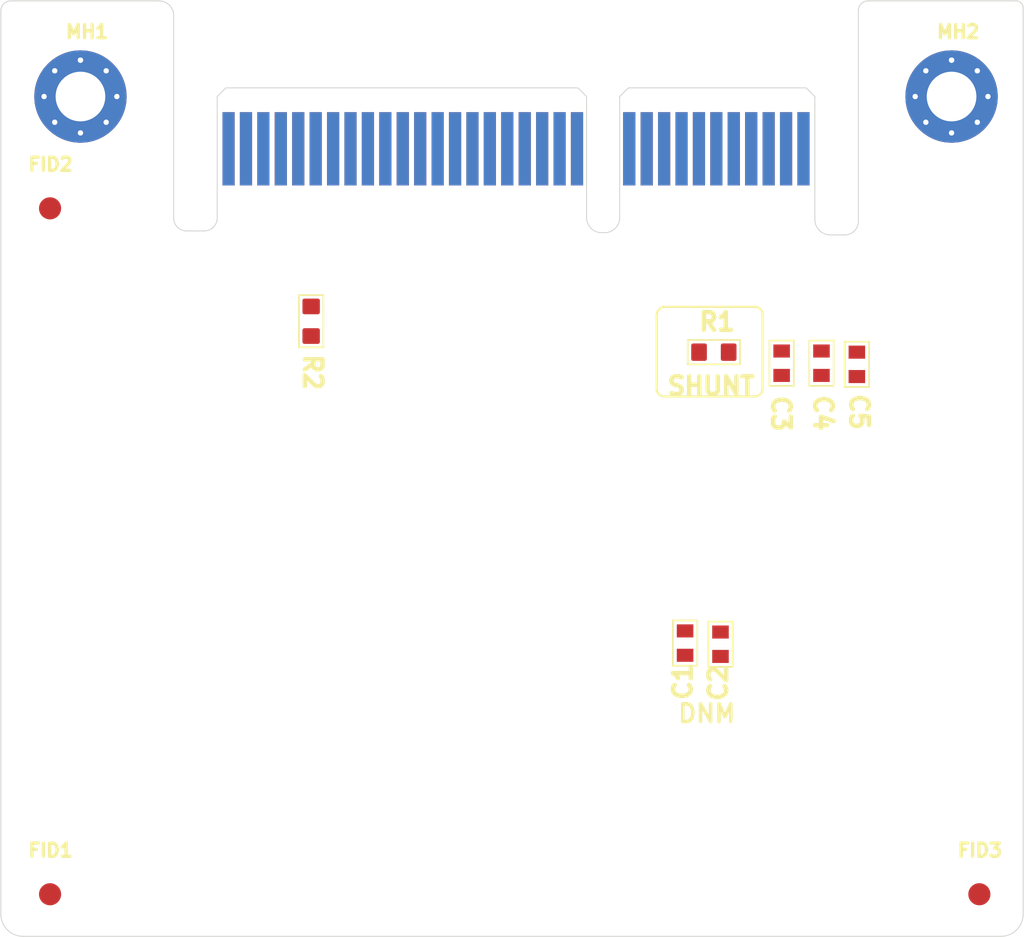
<source format=kicad_pcb>
(kicad_pcb (version 20221018) (generator pcbnew)
  (layers (0 "F.Cu" signal "Top Layer") (31 "B.Cu" signal "Bottom Layer") (34 "B.Paste" user "Bottom Paste") (35 "F.Paste" user "Top Paste") (36 "B.SilkS" user "Bottom Overlay") (37 "F.SilkS" user "Top Overlay") (38 "B.Mask" user "Bottom Solder") (39 "F.Mask" user "Top Solder") (44 "Edge.Cuts" user))
  (property "ADDRESS1" "1083 Queen St., Suite 196")
  (property "ADDRESS2" "Halifax")
  (property "ADDRESS3" "NS")
  (property "ADDRESS4" "Canada B3H 0B2")
  (property "DOCUMENTNUMBER" ".")
  (property "ORGANIZATION" "NewAE Technology Inc.")
  (property "SHEETAPPROVED" "NO")
  (property "SHEETTOTAL" "1")
  (net 0 "")
  (net 1 "/SHUNTL")
  (net 2 "/FILT_HP")
  (net 3 "/VCC2.5")
  (net 4 "VCC")
  (net 5 "/VCC5.0")
  (net 6 "/VCCADJ")
  (net 7 "/HDR1")
  (net 8 "/HDR2")
  (net 9 "/HDR3")
  (net 10 "/HDR4")
  (net 11 "/HDR5")
  (net 12 "/HDR6")
  (net 13 "/HDR7")
  (net 14 "/HDR8")
  (net 15 "/HDR9")
  (net 16 "/HDR10")
  (net 17 "/nRST_OUT")
  (net 18 "/TRACECLK")
  (net 19 "/TRACED0")
  (net 20 "/TRACED1")
  (net 21 "/TRACED2")
  (net 22 "/TRACED3")
  (net 23 "/CLK_FROM_SAM")
  (net 25 "/nRST")
  (net 26 "/JTAG_TRST")
  (net 27 "/FILTIN")
  (net 28 "/VCC1.0")
  (net 29 "/VCC1.2")
  (net 30 "/VCC1.8")
  (net 31 "/LED1")
  (net 32 "/LED2")
  (net 33 "/LED3")
  (net 34 "/GPIO1_TX")
  (net 35 "/GPIO2_RX")
  (net 36 "/GPIO3")
  (net 37 "/GPIO4")
  (net 38 "/SCK")
  (net 39 "/MISO")
  (net 40 "/MOSI")
  (net 41 "/BOOT_MODE")
  (net 42 "/CS")
  (net 43 "/CLKIN")
  (net 45 "GND")
  (net 46 "/JTAG_TDI")
  (net 47 "/JTAG_TDO")
  (net 48 "/JTAG_TMS")
  (net 49 "/JTAG_TCK")
  (footprint "CW312T_Template:CAPC0603_M" (layer "F.Cu") (at 163.97758 98.9563 90)
    (fp_text reference "C3" (at -1.730194 -0.628478 270 unlocked) (layer "F.SilkS") (effects (font (size 1.016 1.016) (thickness 0.254)) (justify left bottom)))
    (fp_text value "100n" hide)
    (fp_line (start -1.3 -0.7) (end -1.3 0.7) (stroke (width 0.1)) (layer "F.SilkS"))
    (fp_line (start -1.3 -0.7) (end 1.3 -0.7) (stroke (width 0.1)) (layer "F.SilkS"))
    (fp_line (start -1.3 0.7) (end 1.3 0.7) (stroke (width 0.1)) (layer "F.SilkS"))
    (fp_line (start 1.3 -0.7) (end 1.3 0.7) (stroke (width 0.1)) (layer "F.SilkS"))
    (pad "1" smd rect (at -0.7 0 180) (size 0.95 0.75) (layers "F.Cu" "F.Paste" "F.Mask") (net 2 "/FILT_HP"))
    (pad "2" smd rect (at 0.7 0 180) (size 0.95 0.75) (layers "F.Cu" "F.Paste" "F.Mask") (net 45 "GND"))
  )
  (footprint "CW312T_Template:MOUNT_#4_TIGHT" (layer "F.Cu") (at 123.7316 83.6489)
    (fp_text reference "MH1" (at -0.94327 -3.27146 unlocked) (layer "F.SilkS") (effects (font (size 0.762 0.762) (thickness 0.254)) (justify left bottom)))
    (fp_text value "4-40 MH, Tight Fit" hide)
    (pad "1" thru_hole circle (at -2.08806 0 180) (size 0.3556 0.3556) (drill 0.3048) (layers "*.Cu" "*.Mask") (net 45 "GND"))
    (pad "1" thru_hole circle (at -1.47648 -1.47648 135) (size 0.3556 0.3556) (drill 0.3048) (layers "*.Cu" "*.Mask") (net 45 "GND"))
    (pad "1" thru_hole circle (at -1.47648 1.47648 225) (size 0.3556 0.3556) (drill 0.3048) (layers "*.Cu" "*.Mask") (net 45 "GND"))
    (pad "1" thru_hole circle (at 0 -2.08806 90) (size 0.3556 0.3556) (drill 0.3048) (layers "*.Cu" "*.Mask") (net 45 "GND"))
    (pad "1" thru_hole circle (at 0 -2.08806 90) (size 0.3556 0.3556) (drill 0.3048) (layers "*.Cu" "*.Mask") (net 45 "GND"))
    (pad "1" thru_hole circle (at 0 0) (size 5.3 5.3) (drill 2.85) (layers "*.Cu" "*.Mask") (net 45 "GND"))
    (pad "1" thru_hole circle (at 0 2.08806 270) (size 0.3556 0.3556) (drill 0.3048) (layers "*.Cu" "*.Mask") (net 45 "GND"))
    (pad "1" thru_hole circle (at 1.47648 -1.47648 45) (size 0.3556 0.3556) (drill 0.3048) (layers "*.Cu" "*.Mask") (net 45 "GND"))
    (pad "1" thru_hole circle (at 1.47648 1.47648 315) (size 0.3556 0.3556) (drill 0.3048) (layers "*.Cu" "*.Mask") (net 45 "GND"))
    (pad "1" thru_hole circle (at 2.08806 0) (size 0.3556 0.3556) (drill 0.3048) (layers "*.Cu" "*.Mask") (net 45 "GND"))
  )
  (footprint "CW312T_Template:FIDU-ROUND-1.0mm" (layer "F.Cu") (at 121.9866 90.0663)
    (fp_text reference "FID2" (at -1.34759 -2.07412 unlocked) (layer "F.SilkS") (effects (font (size 0.762 0.762) (thickness 0.254)) (justify left bottom)))
    (fp_text value "FIDU-ROUND-1.0MM" hide)
    (pad "M1" smd circle (at 0 0 270) (size 1.27 1.27) (layers "F.Cu" "F.Paste" "F.Mask"))
  )
  (footprint "CW312T_Template:CAPC0603_M" (layer "F.Cu") (at 168.29558 99.0213 90)
    (fp_text reference "C5" (at -1.57209 -0.46198 270 unlocked) (layer "F.SilkS") (effects (font (size 1.016 1.016) (thickness 0.254)) (justify left bottom)))
    (fp_text value "2u2" hide)
    (fp_line (start -1.3 -0.7) (end -1.3 0.7) (stroke (width 0.1)) (layer "F.SilkS"))
    (fp_line (start -1.3 -0.7) (end 1.3 -0.7) (stroke (width 0.1)) (layer "F.SilkS"))
    (fp_line (start -1.3 0.7) (end 1.3 0.7) (stroke (width 0.1)) (layer "F.SilkS"))
    (fp_line (start 1.3 -0.7) (end 1.3 0.7) (stroke (width 0.1)) (layer "F.SilkS"))
    (pad "1" smd rect (at -0.7 0 180) (size 0.95 0.75) (layers "F.Cu" "F.Paste" "F.Mask") (net 2 "/FILT_HP"))
    (pad "2" smd rect (at 0.7 0 180) (size 0.95 0.75) (layers "F.Cu" "F.Paste" "F.Mask") (net 45 "GND"))
  )
  (footprint "CW312T_Template:MOUNT_#4_TIGHT" (layer "F.Cu") (at 173.7316 83.6489)
    (fp_text reference "MH2" (at -0.94327 -3.27146 unlocked) (layer "F.SilkS") (effects (font (size 0.762 0.762) (thickness 0.254)) (justify left bottom)))
    (fp_text value "4-40 MH, Tight Fit" hide)
    (pad "1" thru_hole circle (at -2.08806 0 180) (size 0.3556 0.3556) (drill 0.3048) (layers "*.Cu" "*.Mask") (net 45 "GND"))
    (pad "1" thru_hole circle (at -1.47648 -1.47648 135) (size 0.3556 0.3556) (drill 0.3048) (layers "*.Cu" "*.Mask") (net 45 "GND"))
    (pad "1" thru_hole circle (at -1.47648 1.47648 225) (size 0.3556 0.3556) (drill 0.3048) (layers "*.Cu" "*.Mask") (net 45 "GND"))
    (pad "1" thru_hole circle (at 0 -2.08806 90) (size 0.3556 0.3556) (drill 0.3048) (layers "*.Cu" "*.Mask") (net 45 "GND"))
    (pad "1" thru_hole circle (at 0 -2.08806 90) (size 0.3556 0.3556) (drill 0.3048) (layers "*.Cu" "*.Mask") (net 45 "GND"))
    (pad "1" thru_hole circle (at 0 0) (size 5.3 5.3) (drill 2.85) (layers "*.Cu" "*.Mask") (net 45 "GND"))
    (pad "1" thru_hole circle (at 0 2.08806 270) (size 0.3556 0.3556) (drill 0.3048) (layers "*.Cu" "*.Mask") (net 45 "GND"))
    (pad "1" thru_hole circle (at 1.47648 -1.47648 45) (size 0.3556 0.3556) (drill 0.3048) (layers "*.Cu" "*.Mask") (net 45 "GND"))
    (pad "1" thru_hole circle (at 1.47648 1.47648 315) (size 0.3556 0.3556) (drill 0.3048) (layers "*.Cu" "*.Mask") (net 45 "GND"))
    (pad "1" thru_hole circle (at 2.08806 0) (size 0.3556 0.3556) (drill 0.3048) (layers "*.Cu" "*.Mask") (net 45 "GND"))
  )
  (footprint "CW312T_Template:RESC1608X55N" (layer "F.Cu") (at 136.9726 96.5465 -90)
    (fp_text reference "R2" (at 1.7748 0.5 -90 unlocked) (layer "F.SilkS") (effects (font (size 1.016 1.016) (thickness 0.254)) (justify left bottom)))
    (fp_text value "10R" hide)
    (fp_line (start -1.5 0.7) (end -1.5 -0.7) (stroke (width 0.1)) (layer "F.SilkS"))
    (fp_line (start 1.5 -0.7) (end -1.5 -0.7) (stroke (width 0.1)) (layer "F.SilkS"))
    (fp_line (start 1.5 0.7) (end -1.5 0.7) (stroke (width 0.1)) (layer "F.SilkS"))
    (fp_line (start 1.5 0.7) (end 1.5 -0.7) (stroke (width 0.1)) (layer "F.SilkS"))
    (pad "1" smd roundrect (at -0.85 0) (size 1 0.9) (layers "F.Cu" "F.Paste" "F.Mask") (roundrect_rratio 0.125) (net 1 "/SHUNTL"))
    (pad "2" smd roundrect (at 0.85 0) (size 1 0.9) (layers "F.Cu" "F.Paste" "F.Mask") (roundrect_rratio 0.125) (net 2 "/FILT_HP"))
  )
  (footprint "CW312T_Template:RESC1608X55N" (layer "F.Cu") (at 160.0866 98.3213)
    (fp_text reference "R1" (at -0.98 -1.145 unlocked) (layer "F.SilkS") (effects (font (size 1.016 1.016) (thickness 0.254)) (justify left bottom)))
    (fp_text value "10R" hide)
    (fp_line (start -1.5 0.7) (end -1.5 -0.7) (stroke (width 0.1)) (layer "F.SilkS"))
    (fp_line (start 1.5 -0.7) (end -1.5 -0.7) (stroke (width 0.1)) (layer "F.SilkS"))
    (fp_line (start 1.5 0.7) (end -1.5 0.7) (stroke (width 0.1)) (layer "F.SilkS"))
    (fp_line (start 1.5 0.7) (end 1.5 -0.7) (stroke (width 0.1)) (layer "F.SilkS"))
    (pad "1" smd roundrect (at -0.85 0 90) (size 1 0.9) (layers "F.Cu" "F.Paste" "F.Mask") (roundrect_rratio 0.125) (net 43 "/CLKIN"))
    (pad "2" smd roundrect (at 0.85 0 90) (size 1 0.9) (layers "F.Cu" "F.Paste" "F.Mask") (roundrect_rratio 0.125))
  )
  (footprint "CW312T_Template:PCIeX4-GF-2D-1000-1K-O64" (layer "F.Cu") (at 155.7316 86.6489 180)
    (fp_text reference "P1" hide)
    (fp_text value "PCIeX4-GF-2D-1000-1K-O64" hide)
    (pad "A1" smd rect (at -9.50003 0 180) (size 0.7 4.19999) (layers "B.Cu" "B.Paste" "B.Mask") (net 45 "GND"))
    (pad "A2" smd rect (at -8.49998 0 180) (size 0.7 4.2) (layers "B.Cu" "B.Paste" "B.Mask") (net 45 "GND"))
    (pad "A3" smd rect (at -7.49999 0 180) (size 0.7 4.2) (layers "B.Cu" "B.Paste" "B.Mask") (net 2 "/FILT_HP"))
    (pad "A4" smd rect (at -6.49999 0 180) (size 0.7 4.2) (layers "B.Cu" "B.Paste" "B.Mask") (net 3 "/VCC2.5"))
    (pad "A5" smd rect (at -5.49999 0 180) (size 0.7 4.2) (layers "B.Cu" "B.Paste" "B.Mask") (net 4 "VCC"))
    (pad "A6" smd rect (at -4.49999 0 180) (size 0.7 4.2) (layers "B.Cu" "B.Paste" "B.Mask") (net 5 "/VCC5.0"))
    (pad "A7" smd rect (at -3.49999 0 180) (size 0.7 4.2) (layers "B.Cu" "B.Paste" "B.Mask") (net 6 "/VCCADJ"))
    (pad "A8" smd rect (at -2.5 0 180) (size 0.7 4.2) (layers "B.Cu" "B.Paste" "B.Mask") (net 45 "GND"))
    (pad "A9" smd rect (at -1.5 0 180) (size 0.7 4.2) (layers "B.Cu" "B.Paste" "B.Mask") (net 7 "/HDR1"))
    (pad "A10" smd rect (at -0.5 0 180) (size 0.7 4.2) (layers "B.Cu" "B.Paste" "B.Mask") (net 8 "/HDR2"))
    (pad "A11" smd rect (at 0.5 0 180) (size 0.7 4.2) (layers "B.Cu" "B.Paste" "B.Mask") (net 9 "/HDR3"))
    (pad "A12" smd rect (at 3.49999 0 180) (size 0.7 4.2) (layers "B.Cu" "B.Paste" "B.Mask") (net 10 "/HDR4"))
    (pad "A13" smd rect (at 4.49999 0 180) (size 0.7 4.2) (layers "B.Cu" "B.Paste" "B.Mask") (net 11 "/HDR5"))
    (pad "A14" smd rect (at 5.49999 0 180) (size 0.7 4.2) (layers "B.Cu" "B.Paste" "B.Mask") (net 12 "/HDR6"))
    (pad "A15" smd rect (at 6.49999 0 180) (size 0.7 4.2) (layers "B.Cu" "B.Paste" "B.Mask") (net 13 "/HDR7"))
    (pad "A16" smd rect (at 7.49998 0 180) (size 0.7 4.2) (layers "B.Cu" "B.Paste" "B.Mask") (net 14 "/HDR8"))
    (pad "A17" smd rect (at 8.49998 0 180) (size 0.7 4.2) (layers "B.Cu" "B.Paste" "B.Mask") (net 15 "/HDR9"))
    (pad "A18" smd rect (at 9.49998 0 180) (size 0.7 4.2) (layers "B.Cu" "B.Paste" "B.Mask") (net 16 "/HDR10"))
    (pad "A19" smd rect (at 10.49998 0 180) (size 0.7 4.2) (layers "B.Cu" "B.Paste" "B.Mask") (net 17 "/nRST_OUT"))
    (pad "A20" smd rect (at 11.49998 0 180) (size 0.7 4.2) (layers "B.Cu" "B.Paste" "B.Mask") (net 45 "GND"))
    (pad "A21" smd rect (at 12.49997 0 180) (size 0.7 4.2) (layers "B.Cu" "B.Paste" "B.Mask") (net 18 "/TRACECLK"))
    (pad "A22" smd rect (at 13.49997 0 180) (size 0.7 4.2) (layers "B.Cu" "B.Paste" "B.Mask") (net 19 "/TRACED0"))
    (pad "A23" smd rect (at 14.50002 0 180) (size 0.7 4.2) (layers "B.Cu" "B.Paste" "B.Mask") (net 20 "/TRACED1"))
    (pad "A24" smd rect (at 15.50002 0 180) (size 0.7 4.2) (layers "B.Cu" "B.Paste" "B.Mask") (net 21 "/TRACED2"))
    (pad "A25" smd rect (at 16.50002 0 180) (size 0.7 4.2) (layers "B.Cu" "B.Paste" "B.Mask") (net 22 "/TRACED3"))
    (pad "A26" smd rect (at 17.50002 0 180) (size 0.7 4.2) (layers "B.Cu" "B.Paste" "B.Mask") (net 4 "VCC"))
    (pad "A27" smd rect (at 18.50001 0 180) (size 0.7 4.2) (layers "B.Cu" "B.Paste" "B.Mask") (net 45 "GND"))
    (pad "A28" smd rect (at 19.50001 0 180) (size 0.7 4.2) (layers "B.Cu" "B.Paste" "B.Mask") (net 45 "GND"))
    (pad "A29" smd rect (at 20.50001 0 180) (size 0.7 4.2) (layers "B.Cu" "B.Paste" "B.Mask") (net 23 "/CLK_FROM_SAM"))
    (pad "A30" smd rect (at 21.50001 0 180) (size 0.7 4.2) (layers "B.Cu" "B.Paste" "B.Mask"))
    (pad "A31" smd rect (at 22.50001 0 180) (size 0.7 4.2) (layers "B.Cu" "B.Paste" "B.Mask") (net 25 "/nRST"))
    (pad "A32" smd rect (at 23.5 0 180) (size 0.7 4.2) (layers "B.Cu" "B.Paste" "B.Mask") (net 26 "/JTAG_TRST"))
    (pad "B1" smd rect (at -9.50003 0 180) (size 0.7 4.2) (layers "F.Cu" "F.Paste" "F.Mask") (net 1 "/SHUNTL"))
    (pad "B2" smd rect (at -8.49998 0 180) (size 0.7 4.2) (layers "F.Cu" "F.Paste" "F.Mask") (net 2 "/FILT_HP"))
    (pad "B3" smd rect (at -7.49999 0 180) (size 0.7 4.2) (layers "F.Cu" "F.Paste" "F.Mask") (net 45 "GND"))
    (pad "B4" smd rect (at -6.49999 0 180) (size 0.7 4.2) (layers "F.Cu" "F.Paste" "F.Mask") (net 2 "/FILT_HP"))
    (pad "B5" smd rect (at -5.49999 0 180) (size 0.7 4.2) (layers "F.Cu" "F.Paste" "F.Mask") (net 27 "/FILTIN"))
    (pad "B6" smd rect (at -4.49999 0 180) (size 0.7 4.2) (layers "F.Cu" "F.Paste" "F.Mask") (net 28 "/VCC1.0"))
    (pad "B7" smd rect (at -3.49999 0 180) (size 0.7 4.2) (layers "F.Cu" "F.Paste" "F.Mask") (net 29 "/VCC1.2"))
    (pad "B8" smd rect (at -2.5 0 180) (size 0.7 4.2) (layers "F.Cu" "F.Paste" "F.Mask") (net 30 "/VCC1.8"))
    (pad "B9" smd rect (at -1.5 0 180) (size 0.7 4.2) (layers "F.Cu" "F.Paste" "F.Mask") (net 45 "GND"))
    (pad "B10" smd rect (at -0.5 0 180) (size 0.7 4.2) (layers "F.Cu" "F.Paste" "F.Mask") (net 4 "VCC"))
    (pad "B11" smd rect (at 0.5 0 180) (size 0.7 4.2) (layers "F.Cu" "F.Paste" "F.Mask") (net 31 "/LED1"))
    (pad "B12" smd rect (at 3.49999 0 180) (size 0.7 4.2) (layers "F.Cu" "F.Paste" "F.Mask") (net 32 "/LED2"))
    (pad "B13" smd rect (at 4.49999 0 180) (size 0.7 4.2) (layers "F.Cu" "F.Paste" "F.Mask") (net 33 "/LED3"))
    (pad "B14" smd rect (at 5.49999 0 180) (size 0.7 4.2) (layers "F.Cu" "F.Paste" "F.Mask") (net 25 "/nRST"))
    (pad "B15" smd rect (at 6.49999 0 180) (size 0.7 4.2) (layers "F.Cu" "F.Paste" "F.Mask") (net 45 "GND"))
    (pad "B16" smd rect (at 7.49998 0 180) (size 0.7 4.2) (layers "F.Cu" "F.Paste" "F.Mask") (net 34 "/GPIO1_TX"))
    (pad "B17" smd rect (at 8.49998 0 180) (size 0.7 4.19999) (layers "F.Cu" "F.Paste" "F.Mask") (net 35 "/GPIO2_RX"))
    (pad "B18" smd rect (at 9.49998 0 180) (size 0.7 4.2) (layers "F.Cu" "F.Paste" "F.Mask") (net 36 "/GPIO3"))
    (pad "B19" smd rect (at 10.49998 0 180) (size 0.7 4.2) (layers "F.Cu" "F.Paste" "F.Mask") (net 37 "/GPIO4"))
    (pad "B20" smd rect (at 11.49998 0 180) (size 0.7 4.2) (layers "F.Cu" "F.Paste" "F.Mask") (net 38 "/SCK"))
    (pad "B21" smd rect (at 12.49997 0 180) (size 0.7 4.2) (layers "F.Cu" "F.Paste" "F.Mask") (net 45 "GND"))
    (pad "B22" smd rect (at 13.49997 0 180) (size 0.7 4.2) (layers "F.Cu" "F.Paste" "F.Mask") (net 45 "GND"))
    (pad "B23" smd rect (at 14.50002 0 180) (size 0.7 4.2) (layers "F.Cu" "F.Paste" "F.Mask") (net 39 "/MISO"))
    (pad "B24" smd rect (at 15.50002 0 180) (size 0.7 4.2) (layers "F.Cu" "F.Paste" "F.Mask") (net 40 "/MOSI"))
    (pad "B25" smd rect (at 16.50002 0 180) (size 0.7 4.2) (layers "F.Cu" "F.Paste" "F.Mask") (net 41 "/BOOT_MODE"))
    (pad "B26" smd rect (at 17.50002 0 180) (size 0.7 4.2) (layers "F.Cu" "F.Paste" "F.Mask") (net 42 "/CS"))
    (pad "B27" smd rect (at 18.50001 0 180) (size 0.7 4.2) (layers "F.Cu" "F.Paste" "F.Mask") (net 43 "/CLKIN"))
    (pad "B28" smd rect (at 19.50001 0 180) (size 0.7 4.2) (layers "F.Cu" "F.Paste" "F.Mask"))
    (pad "B29" smd rect (at 20.50001 0 180) (size 0.7 4.2) (layers "F.Cu" "F.Paste" "F.Mask") (net 46 "/JTAG_TDI"))
    (pad "B30" smd rect (at 21.50001 0 180) (size 0.7 4.2) (layers "F.Cu" "F.Paste" "F.Mask") (net 47 "/JTAG_TDO"))
    (pad "B31" smd rect (at 22.50001 0 180) (size 0.7 4.19999) (layers "F.Cu" "F.Paste" "F.Mask") (net 48 "/JTAG_TMS"))
    (pad "B32" smd rect (at 23.5 0 180) (size 0.7 4.2) (layers "F.Cu" "F.Paste" "F.Mask") (net 49 "/JTAG_TCK"))
  )
  (footprint "CW312T_Template:CAPC0603_M" (layer "F.Cu") (at 166.26358 98.9563 90)
    (fp_text reference "C4" (at -1.699624 -0.499431 270 unlocked) (layer "F.SilkS") (effects (font (size 1.016 1.016) (thickness 0.254)) (justify left bottom)))
    (fp_text value "100n" hide)
    (fp_line (start -1.3 -0.7) (end -1.3 0.7) (stroke (width 0.1)) (layer "F.SilkS"))
    (fp_line (start -1.3 -0.7) (end 1.3 -0.7) (stroke (width 0.1)) (layer "F.SilkS"))
    (fp_line (start -1.3 0.7) (end 1.3 0.7) (stroke (width 0.1)) (layer "F.SilkS"))
    (fp_line (start 1.3 -0.7) (end 1.3 0.7) (stroke (width 0.1)) (layer "F.SilkS"))
    (pad "1" smd rect (at -0.7 0 180) (size 0.95 0.75) (layers "F.Cu" "F.Paste" "F.Mask") (net 2 "/FILT_HP"))
    (pad "2" smd rect (at 0.7 0 180) (size 0.95 0.75) (layers "F.Cu" "F.Paste" "F.Mask") (net 45 "GND"))
  )
  (footprint "CW312T_Template:CAPC0603_M" (layer "F.Cu") (at 160.4676 115.0853 -90)
    (fp_text reference "C2" (at 3.391 -0.46198 90 unlocked) (layer "F.SilkS") (effects (font (size 1.016 1.016) (thickness 0.254)) (justify left bottom)))
    (fp_text value "DNM" hide)
    (fp_line (start -1.3 -0.7) (end -1.3 0.7) (stroke (width 0.1)) (layer "F.SilkS"))
    (fp_line (start -1.3 -0.7) (end 1.3 -0.7) (stroke (width 0.1)) (layer "F.SilkS"))
    (fp_line (start -1.3 0.7) (end 1.3 0.7) (stroke (width 0.1)) (layer "F.SilkS"))
    (fp_line (start 1.3 -0.7) (end 1.3 0.7) (stroke (width 0.1)) (layer "F.SilkS"))
    (pad "1" smd rect (at -0.7 0) (size 0.95 0.75) (layers "F.Cu" "F.Paste" "F.Mask") (net 1 "/SHUNTL"))
    (pad "2" smd rect (at 0.7 0) (size 0.95 0.75) (layers "F.Cu" "F.Paste" "F.Mask") (net 45 "GND"))
  )
  (footprint "CW312T_Template:FIDU-ROUND-1.0mm" (layer "F.Cu") (at 121.9866 129.4363)
    (fp_text reference "FID1" (at -1.34759 -2.07412 unlocked) (layer "F.SilkS") (effects (font (size 0.762 0.762) (thickness 0.254)) (justify left bottom)))
    (fp_text value "FIDU-ROUND-1.0MM" hide)
    (pad "M1" smd circle (at 0 0 270) (size 1.27 1.27) (layers "F.Cu" "F.Paste" "F.Mask"))
  )
  (footprint "CW312T_Template:CAPC0603_M" (layer "F.Cu") (at 158.4356 115.0203 -90)
    (fp_text reference "C1" (at 3.391 -0.46198 90 unlocked) (layer "F.SilkS") (effects (font (size 1.016 1.016) (thickness 0.254)) (justify left bottom)))
    (fp_text value "DNM" hide)
    (fp_line (start -1.3 -0.7) (end -1.3 0.7) (stroke (width 0.1)) (layer "F.SilkS"))
    (fp_line (start -1.3 -0.7) (end 1.3 -0.7) (stroke (width 0.1)) (layer "F.SilkS"))
    (fp_line (start -1.3 0.7) (end 1.3 0.7) (stroke (width 0.1)) (layer "F.SilkS"))
    (fp_line (start 1.3 -0.7) (end 1.3 0.7) (stroke (width 0.1)) (layer "F.SilkS"))
    (pad "1" smd rect (at -0.7 0) (size 0.95 0.75) (layers "F.Cu" "F.Paste" "F.Mask") (net 1 "/SHUNTL"))
    (pad "2" smd rect (at 0.7 0) (size 0.95 0.75) (layers "F.Cu" "F.Paste" "F.Mask") (net 45 "GND"))
  )
  (footprint "CW312T_Template:FIDU-ROUND-1.0mm" (layer "F.Cu") (at 175.3266 129.4363)
    (fp_text reference "FID3" (at -1.34759 -2.07412 unlocked) (layer "F.SilkS") (effects (font (size 0.762 0.762) (thickness 0.254)) (justify left bottom)))
    (fp_text value "FIDU-ROUND-1.0MM" hide)
    (pad "M1" smd circle (at 0 0 270) (size 1.27 1.27) (layers "F.Cu" "F.Paste" "F.Mask"))
  )
  (gr_arc (start 157.2306 100.8613) (mid 156.932201 100.737699) (end 156.8086 100.4393) (stroke (width 0.127)) (layer "F.SilkS"))
  (gr_line (start 157.2306 100.8613) (end 162.4586 100.8613) (stroke (width 0.127)) (layer "F.SilkS"))
  (gr_line (start 157.2866 95.7193) (end 162.4586 95.7193) (stroke (width 0.127)) (layer "F.SilkS"))
  (gr_line (start 156.8086 100.4393) (end 156.8086 97.1783) (stroke (width 0.127)) (layer "F.SilkS"))
  (gr_line (start 162.8806 96.7419) (end 162.8806 96.1413) (stroke (width 0.127)) (layer "F.SilkS"))
  (gr_line (start 156.8086 97.1783) (end 156.8086 96.1973) (stroke (width 0.127)) (layer "F.SilkS"))
  (gr_arc (start 162.8806 100.4393) (mid 162.756999 100.737699) (end 162.4586 100.8613) (stroke (width 0.127)) (layer "F.SilkS"))
  (gr_line (start 162.8806 100.4393) (end 162.8806 96.7419) (stroke (width 0.127)) (layer "F.SilkS"))
  (gr_arc (start 156.8086 96.1973) (mid 156.948603 95.859303) (end 157.2866 95.7193) (stroke (width 0.127)) (layer "F.SilkS"))
  (gr_arc (start 162.4586 95.7193) (mid 162.756999 95.842901) (end 162.8806 96.1413) (stroke (width 0.127)) (layer "F.SilkS"))
  (gr_line (start 152.78162 90.5989) (end 152.78162 83.64891) (stroke (width 0.05)) (layer "Edge.Cuts"))
  (gr_line (start 167.6062 91.59029) (end 167.6062 91.5903) (stroke (width 0.05)) (layer "Edge.Cuts"))
  (gr_line (start 177.4386 78.1579) (end 168.9386 78.1579) (stroke (width 0.05)) (layer "Edge.Cuts"))
  (gr_line (start 128.238596 78.15791) (end 128.2386 78.15791) (stroke (width 0.05)) (layer "Edge.Cuts"))
  (gr_arc (start 154.68159 90.5989) (mid 154.428412 91.21012) (end 153.81719 91.4633) (stroke (width 0.05)) (layer "Edge.Cuts"))
  (gr_line (start 152.78161 90.5989) (end 152.78162 90.5989) (stroke (width 0.05)) (layer "Edge.Cuts"))
  (gr_line (start 165.88162 90.70092) (end 165.88162 83.64891) (stroke (width 0.05)) (layer "Edge.Cuts"))
  (gr_arc (start 153.64601 91.4633) (mid 153.03478 91.210127) (end 152.78161 90.5989) (stroke (width 0.05)) (layer "Edge.Cuts"))
  (gr_line (start 155.18161 83.14888) (end 154.68159 83.64891) (stroke (width 0.05)) (layer "Edge.Cuts"))
  (gr_line (start 119.1636 78.7329) (end 119.1636 130.5793) (stroke (width 0.05)) (layer "Edge.Cuts"))
  (gr_line (start 177.8386 130.5793) (end 177.8386 78.5579) (stroke (width 0.05)) (layer "Edge.Cuts"))
  (gr_line (start 132.08158 83.14888) (end 131.58161 83.64891) (stroke (width 0.05)) (layer "Edge.Cuts"))
  (gr_line (start 165.38159 83.14888) (end 155.18161 83.14888) (stroke (width 0.05)) (layer "Edge.Cuts"))
  (gr_line (start 129.08162 90.62302) (end 129.08161 90.62302) (stroke (width 0.05)) (layer "Edge.Cuts"))
  (gr_arc (start 177.4386 78.1579) (mid 177.721443 78.275057) (end 177.8386 78.5579) (stroke (width 0.05)) (layer "Edge.Cuts"))
  (gr_line (start 165.88162 83.64891) (end 165.38159 83.14888) (stroke (width 0.05)) (layer "Edge.Cuts"))
  (gr_line (start 120.4336 131.8493) (end 176.5686 131.8493) (stroke (width 0.05)) (layer "Edge.Cuts"))
  (gr_line (start 130.8348 91.3617) (end 129.82029 91.36169) (stroke (width 0.05)) (layer "Edge.Cuts"))
  (gr_arc (start 129.82029 91.36169) (mid 129.297971 91.145336) (end 129.08162 90.62302) (stroke (width 0.05)) (layer "Edge.Cuts"))
  (gr_arc (start 168.38162 78.71488) (mid 168.544763 78.321049) (end 168.9386 78.1579) (stroke (width 0.05)) (layer "Edge.Cuts"))
  (gr_line (start 128.2386 78.15791) (end 119.7386 78.1579) (stroke (width 0.05)) (layer "Edge.Cuts"))
  (gr_line (start 168.38162 78.71488) (end 168.38161 90.81488) (stroke (width 0.05)) (layer "Edge.Cuts"))
  (gr_arc (start 131.58161 90.61489) (mid 131.362878 91.142971) (end 130.8348 91.3617) (stroke (width 0.05)) (layer "Edge.Cuts"))
  (gr_line (start 152.28159 83.14888) (end 132.08158 83.14888) (stroke (width 0.05)) (layer "Edge.Cuts"))
  (gr_line (start 153.81719 91.4633) (end 153.64601 91.4633) (stroke (width 0.05)) (layer "Edge.Cuts"))
  (gr_arc (start 166.771 91.5903) (mid 166.142106 91.329808) (end 165.88162 90.70092) (stroke (width 0.05)) (layer "Edge.Cuts"))
  (gr_line (start 152.78162 83.64891) (end 152.28159 83.14888) (stroke (width 0.05)) (layer "Edge.Cuts"))
  (gr_line (start 129.08161 90.62302) (end 129.0816 79.000906) (stroke (width 0.05)) (layer "Edge.Cuts"))
  (gr_arc (start 168.38161 90.81488) (mid 168.154505 91.363191) (end 167.6062 91.59029) (stroke (width 0.05)) (layer "Edge.Cuts"))
  (gr_arc (start 128.238596 78.15791) (mid 128.834685 78.404817) (end 129.0816 79.000906) (stroke (width 0.05)) (layer "Edge.Cuts"))
  (gr_line (start 131.58161 83.64891) (end 131.58161 90.61489) (stroke (width 0.05)) (layer "Edge.Cuts"))
  (gr_arc (start 177.8386 130.5793) (mid 177.466626 131.477326) (end 176.5686 131.8493) (stroke (width 0.05)) (layer "Edge.Cuts"))
  (gr_arc (start 119.1636 78.7329) (mid 119.332014 78.326314) (end 119.7386 78.1579) (stroke (width 0.05)) (layer "Edge.Cuts"))
  (gr_line (start 167.6062 91.5903) (end 166.771 91.5903) (stroke (width 0.05)) (layer "Edge.Cuts"))
  (gr_line (start 154.68159 83.64891) (end 154.68159 90.5989) (stroke (width 0.05)) (layer "Edge.Cuts"))
  (gr_arc (start 120.4336 131.8493) (mid 119.535574 131.477326) (end 119.1636 130.5793) (stroke (width 0.05)) (layer "Edge.Cuts"))
  (gr_text "SHUNT" (at 157.2926 100.8613) (layer "F.SilkS") (effects (font (size 1.016 1.016) (thickness 0.3048) bold) (justify left bottom)))
  (gr_text "DNM" (at 157.9276 119.6573 360) (layer "F.SilkS") (effects (font (size 1.016 1.016) (thickness 0.2032) bold) (justify left bottom)))
)
</source>
